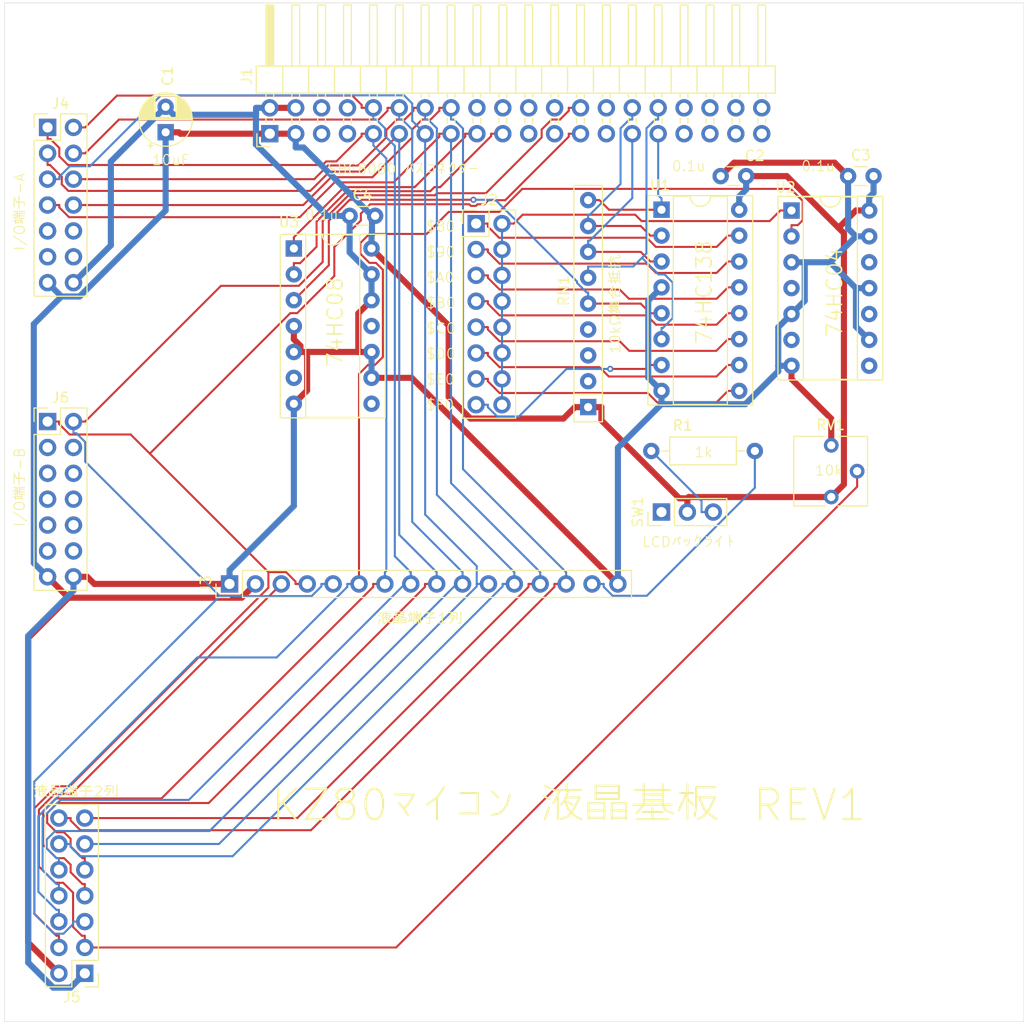
<source format=kicad_pcb>
(kicad_pcb (version 20221018) (generator pcbnew)
  (layers (0 "F.Cu" signal) (31 "B.Cu" signal) (34 "B.Paste" user) (35 "F.Paste" user) (36 "B.SilkS" user "B.Silkscreen") (37 "F.SilkS" user "F.Silkscreen") (38 "B.Mask" user) (39 "F.Mask" user) (44 "Edge.Cuts" user))
  (net 0 "")
  (net 1 "VCC")
  (net 2 "GND")
  (net 3 "/D0")
  (net 4 "/D1")
  (net 5 "/D2")
  (net 6 "/D3")
  (net 7 "/D4")
  (net 8 "/D5")
  (net 9 "/D6")
  (net 10 "/D7")
  (net 11 "/A0")
  (net 12 "/A1")
  (net 13 "/A4")
  (net 14 "/A5")
  (net 15 "/A6")
  (net 16 "/A7")
  (net 17 "/$80")
  (net 18 "/~{LCDSEL}")
  (net 19 "/$90")
  (net 20 "/$A0")
  (net 21 "/$B0")
  (net 22 "/$C0")
  (net 23 "/$D0")
  (net 24 "/$E0")
  (net 25 "/VEE")
  (net 26 "/LCDSEL")
  (net 27 "Net-(J3-Pin_15)")
  (net 28 "Net-(SW1-C)")
  (net 56 "/~{IOR}")
  (net 58 "/~{IOW}")
  (net 74 "/$F0")
  (net 75 "Net-(RN1-R4)")
  (footprint "Resistor_THT:R_Array_SIP9" (layer "F.Cu") (at 157.25 89.675 90)
    (fp_text reference "RN1")
    (fp_text value "10k")
  )
  (footprint "Connector_PinHeader_2.54mm:PinHeader_1x03_P2.54mm_Vertical" (layer "F.Cu") (at 164.445 99.975 90)
    (fp_text reference "SW1")
    (fp_text value "LCD LIGHT SW")
  )
  (footprint "Capacitor_THT:C_Disc_D3.0mm_W1.6mm_P2.50mm" (layer "F.Cu") (at 182.75 67)
    (fp_text reference "C3")
    (fp_text value "0.1u")
  )
  (footprint "MountingHole:MountingHole_3.2mm_M3" (layer "F.Cu") (at 194.48 116.09)
    (fp_text reference "H4" hide)
    (fp_text value "MountingHole")
  )
  (footprint "MountingHole:MountingHole_3.2mm_M3" (layer "F.Cu") (at 105.5 54.58)
    (fp_text reference "H1" hide)
    (fp_text value "MountingHole")
  )
  (footprint "Potentiometer_THT:Potentiometer_Vishay_T73YP_Vertical" (layer "F.Cu") (at 181.1 98.5)
    (fp_text reference "RV1")
    (fp_text value "10k")
  )
  (footprint "Resistor_THT:R_Axial_DIN0207_L6.3mm_D2.5mm_P10.16mm_Horizontal" (layer "F.Cu") (at 163.445 93.975)
    (fp_text reference "R1")
    (fp_text value "1k")
  )
  (footprint "Capacitor_THT:C_Disc_D3.0mm_W1.6mm_P2.50mm" (layer "F.Cu") (at 170.25 67)
    (fp_text reference "C2")
    (fp_text value "0.1u")
  )
  (footprint "Capacitor_THT:CP_Radial_D5.0mm_P2.50mm" (layer "F.Cu") (at 115.8 62.7 90)
    (fp_text reference "C1")
    (fp_text value "10u")
  )
  (footprint "Connector_PinHeader_2.54mm:PinHeader_2x07_P2.54mm_Vertical" (layer "F.Cu") (at 104.22 62.22)
    (fp_text reference "J4")
    (fp_text value "外部I/O端子-1")
  )
  (footprint "Package_DIP:DIP-14_W7.62mm_Socket" (layer "F.Cu") (at 128.38 74.1)
    (fp_text reference "U3")
    (fp_text value "74HC08")
  )
  (footprint "Connector_PinHeader_2.54mm:PinHeader_2x08_P2.54mm_Vertical" (layer "F.Cu") (at 146.26 71.66)
    (fp_text reference "J2")
    (fp_text value "I/O ADDR JP")
  )
  (footprint "MountingHole:MountingHole_3.2mm_M3" (layer "F.Cu") (at 194.49 54.51)
    (fp_text reference "H2" hide)
    (fp_text value "MountingHole")
  )
  (footprint "Package_DIP:DIP-16_W7.62mm_Socket" (layer "F.Cu") (at 164.45 70.3)
    (fp_text reference "U1")
    (fp_text value "74HC138")
  )
  (footprint "MountingHole:MountingHole_3.2mm_M3" (layer "F.Cu") (at 104.7 114.95)
    (fp_text reference "H3" hide)
    (fp_text value "MountingHole")
  )
  (footprint "Connector_PinHeader_2.54mm:PinHeader_1x16_P2.54mm_Vertical" (layer "F.Cu") (at 122.07 107.03 90)
    (fp_text reference "J3")
    (fp_text value "LCD_1列端子")
  )
  (footprint "Connector_PinHeader_2.54mm:PinHeader_2x20_P2.54mm_Horizontal" (layer "F.Cu") (at 126.02 62.84 90)
    (fp_text reference "J1")
    (fp_text value "SBC8080 BUS")
  )
  (footprint "Connector_PinHeader_2.54mm:PinHeader_2x07_P2.54mm_Vertical" (layer "F.Cu") (at 104.22 91.09)
    (fp_text reference "J6")
    (fp_text value "外部I/O端子-2")
  )
  (footprint "Capacitor_THT:C_Disc_D3.0mm_W1.6mm_P2.50mm" (layer "F.Cu") (at 133.85 70.9)
    (fp_text reference "C4")
    (fp_text value "0.1u")
  )
  (footprint "Package_DIP:DIP-14_W7.62mm_Socket" (layer "F.Cu") (at 177.2 70.375)
    (fp_text reference "U2")
    (fp_text value "74HC04")
  )
  (footprint "Connector_PinHeader_2.54mm:PinHeader_2x07_P2.54mm_Vertical" (layer "F.Cu") (at 107.87 145.25 180)
    (fp_text reference "J5")
    (fp_text value "LCD-2列端子")
  )
  (gr_rect (start 100 50) (end 200 150) (stroke (width 0.05)) (fill none) (layer "Edge.Cuts"))
  (gr_text "I/O端子-A" (at 102.06 74.39 90) (layer "F.SilkS") (effects (font (size 1 1) (thickness 0.1)) (justify left bottom)))
  (gr_text "$E0" (at 141.285 87.535) (layer "F.SilkS") (effects (font (size 1 1) (thickness 0.1)) (justify left bottom)))
  (gr_text "10uF" (at 114.4 66) (layer "F.SilkS") (effects (font (size 1 1) (thickness 0.1)) (justify left bottom)))
  (gr_text "$A0" (at 141.285 77.535) (layer "F.SilkS") (effects (font (size 1 1) (thickness 0.1)) (justify left bottom)))
  (gr_text "$B0" (at 141.285 80.035) (layer "F.SilkS") (effects (font (size 1 1) (thickness 0.1)) (justify left bottom)))
  (gr_text "液晶端子1列" (at 136.5 111) (layer "F.SilkS") (effects (font (size 1 1) (thickness 0.1)) (justify left bottom)))
  (gr_text "$D0" (at 141.285 85.035) (layer "F.SilkS") (effects (font (size 1 1) (thickness 0.1)) (justify left bottom)))
  (gr_text "10kΩ集合抵抗" (at 160.5 84.5 90) (layer "F.SilkS") (effects (font (size 1 1) (thickness 0.1)) (justify left bottom)))
  (gr_text "0.1u" (at 178.1 66.6) (layer "F.SilkS") (effects (font (size 1 1) (thickness 0.1)) (justify left bottom)))
  (gr_text "$C0" (at 141.285 82.535) (layer "F.SilkS") (effects (font (size 1 1) (thickness 0.1)) (justify left bottom)))
  (gr_text "74HC08" (at 133.3 85.8 90) (layer "F.SilkS") (effects (font (size 1.5 1.5)) (justify left bottom)))
  (gr_text "LCDバックライト" (at 162.5 103.5) (layer "F.SilkS") (effects (font (size 1 1) (thickness 0.1)) (justify left bottom)))
  (gr_text "SBC8080 バスコネクター" (at 131.6 66.9) (layer "F.SilkS") (effects (font (size 1 1) (thickness 0.1)) (justify left bottom)))
  (gr_text "0.1u" (at 129.4 71.4) (layer "F.SilkS") (effects (font (size 1 1) (thickness 0.1)) (justify left bottom)))
  (gr_text "0.1u" (at 165.4 66.6) (layer "F.SilkS") (effects (font (size 1 1) (thickness 0.1)) (justify left bottom)))
  (gr_text "$F0" (at 141.285 90.035) (layer "F.SilkS") (effects (font (size 1 1) (thickness 0.1)) (justify left bottom)))
  (gr_text "10k" (at 179.425 96.475) (layer "F.SilkS") (effects (font (size 1 1) (thickness 0.1)) (justify left bottom)))
  (gr_text "74HC04" (at 182.3 82.9 90) (layer "F.SilkS") (effects (font (size 1.5 1.5)) (justify left bottom)))
  (gr_text "1k" (at 167.625 94.675) (layer "F.SilkS") (effects (font (size 1 1) (thickness 0.1)) (justify left bottom)))
  (gr_text "液晶端子2列" (at 102.77 128) (layer "F.SilkS") (effects (font (size 1 1) (thickness 0.1)) (justify left bottom)))
  (gr_text "$80" (at 141.285 72.535) (layer "F.SilkS") (effects (font (size 1 1) (thickness 0.1)) (justify left bottom)))
  (gr_text "$90" (at 141.285 75.035) (layer "F.SilkS") (effects (font (size 1 1) (thickness 0.1)) (justify left bottom)))
  (gr_text "KZ80マイコン 液晶基板　REV1" (at 126 130.5) (layer "F.SilkS") (effects (font (size 3 3) (thickness 0.2)) (justify left bottom)))
  (gr_text "I/O端子-B" (at 102.06 101.49 90) (layer "F.SilkS") (effects (font (size 1 1) (thickness 0.1)) (justify left bottom)))
  (gr_text "74HC138" (at 169.5 83.6 90) (layer "F.SilkS") (effects (font (size 1.5 1.5)) (justify left bottom)))
  (segment (start 128.56 62.84) (end 126.02 62.84) (width 0.6) (layer "F.Cu") (net 1))
  (segment (start 106.2702 108.3802) (end 123.2598 108.3802) (width 0.6) (layer "F.Cu") (net 1))
  (segment (start 102.3128 112.3376) (end 102.3128 142.2328) (width 0.6) (layer "F.Cu") (net 1))
  (segment (start 104.22 106.33) (end 106.2702 108.3802) (width 0.6) (layer "F.Cu") (net 1))
  (segment (start 126.02 62.84) (end 117.2401 62.84) (width 0.6) (layer "F.Cu") (net 1))
  (segment (start 157.25 89.675) (end 155.9499 89.675) (width 0.6) (layer "F.Cu") (net 1))
  (segment (start 157.25 89.675) (end 158.5501 89.675) (width 0.6) (layer "F.Cu") (net 1))
  (segment (start 176.7386 67) (end 181.8168 72.0781) (width 0.6) (layer "F.Cu") (net 1))
  (segment (start 154.8279 90.797) (end 155.9499 89.675) (width 0.6) (layer "F.Cu") (net 1))
  (segment (start 166.985 98.6249) (end 166.1999 98.6249) (width 0.6) (layer "F.Cu") (net 1))
  (segment (start 182.3431 97.2569) (end 181.1 98.5) (width 0.6) (layer "F.Cu") (net 1))
  (segment (start 182.3431 72.6045) (end 182.3431 97.2569) (width 0.6) (layer "F.Cu") (net 1))
  (segment (start 136 74.1) (end 143.5663 81.6663) (width 0.6) (layer "F.Cu") (net 1))
  (segment (start 166.1999 98.6249) (end 158.5501 90.9751) (width 0.6) (layer "F.Cu") (net 1))
  (segment (start 102.3128 142.2328) (end 105.33 145.25) (width 0.6) (layer "F.Cu") (net 1))
  (segment (start 115.8 62.7) (end 117.1001 62.7) (width 0.6) (layer "F.Cu") (net 1))
  (segment (start 123.2598 108.3802) (end 124.61 107.03) (width 0.6) (layer "F.Cu") (net 1))
  (segment (start 181.8168 72.0781) (end 183.5199 70.375) (width 0.6) (layer "F.Cu") (net 1))
  (segment (start 172.75 67) (end 176.7386 67) (width 0.6) (layer "F.Cu") (net 1))
  (segment (start 106.2702 108.3802) (end 102.3128 112.3376) (width 0.6) (layer "F.Cu") (net 1))
  (segment (start 167.1099 98.5) (end 166.985 98.6249) (width 0.6) (layer "F.Cu") (net 1))
  (segment (start 117.2401 62.84) (end 117.1001 62.7) (width 0.6) (layer "F.Cu") (net 1))
  (segment (start 143.5663 81.6663) (end 143.5663 88.6597) (width 0.6) (layer "F.Cu") (net 1))
  (segment (start 181.8168 72.0781) (end 182.3431 72.6045) (width 0.6) (layer "F.Cu") (net 1))
  (segment (start 181.1 98.5) (end 167.1099 98.5) (width 0.6) (layer "F.Cu") (net 1))
  (segment (start 184.82 70.375) (end 183.5199 70.375) (width 0.6) (layer "F.Cu") (net 1))
  (segment (start 143.5663 88.6597) (end 145.7036 90.797) (width 0.6) (layer "F.Cu") (net 1))
  (segment (start 158.5501 90.9751) (end 158.5501 89.675) (width 0.6) (layer "F.Cu") (net 1))
  (segment (start 166.985 99.975) (end 166.985 98.6249) (width 0.6) (layer "F.Cu") (net 1))
  (segment (start 145.7036 90.797) (end 154.8279 90.797) (width 0.6) (layer "F.Cu") (net 1))
  (segment (start 104.22 106.33) (end 102.8698 104.9798) (width 0.6) (layer "B.Cu") (net 1))
  (segment (start 172.75 68.3199) (end 172.75 67) (width 0.6) (layer "B.Cu") (net 1))
  (segment (start 136 74.1) (end 136 72.7999) (width 0.6) (layer "B.Cu") (net 1))
  (segment (start 115.8 70.3742) (end 107.3574 78.8168) (width 0.6) (layer "B.Cu") (net 1))
  (segment (start 184.82 69.0749) (end 185.25 68.6449) (width 0.6) (layer "B.Cu") (net 1))
  (segment (start 172.07 70.3) (end 172.07 68.9999) (width 0.6) (layer "B.Cu") (net 1))
  (segment (start 172.07 68.9999) (end 172.75 68.3199) (width 0.6) (layer "B.Cu") (net 1))
  (segment (start 129.3333 64.1901) (end 136.0432 70.9) (width 0.6) (layer "B.Cu") (net 1))
  (segment (start 107.3574 78.8168) (end 105.5768 78.8168) (width 0.6) (layer "B.Cu") (net 1))
  (segment (start 185.25 68.6449) (end 185.25 67) (width 0.6) (layer "B.Cu") (net 1))
  (segment (start 102.8698 81.5238) (end 105.5768 78.8168) (width 0.6) (layer "B.Cu") (net 1))
  (segment (start 115.8 62.7) (end 115.8 70.3742) (width 0.6) (layer "B.Cu") (net 1))
  (segment (start 136.0432 72.7567) (end 136 72.7999) (width 0.6) (layer "B.Cu") (net 1))
  (segment (start 102.8698 104.9798) (end 102.8698 81.5238) (width 0.6) (layer "B.Cu") (net 1))
  (segment (start 105.5768 78.8168) (end 104.22 77.46) (width 0.6) (layer "B.Cu") (net 1))
  (segment (start 136.0432 70.9) (end 136.0432 72.7567) (width 0.6) (layer "B.Cu") (net 1))
  (segment (start 128.56 64.1901) (end 129.3333 64.1901) (width 0.6) (layer "B.Cu") (net 1))
  (segment (start 136.0432 70.9) (end 136.35 70.9) (width 0.6) (layer "B.Cu") (net 1))
  (segment (start 184.82 70.375) (end 184.82 69.0749) (width 0.6) (layer "B.Cu") (net 1))
  (segment (start 128.56 62.84) (end 128.56 64.1901) (width 0.6) (layer "B.Cu") (net 1))
  (segment (start 108.8101 107.03) (end 108.1101 106.33) (width 0.6) (layer "F.Cu") (net 2))
  (segment (start 106.76 106.33) (end 108.1101 106.33) (width 0.6) (layer "F.Cu") (net 2))
  (segment (start 128.38 89.34) (end 129.6801 88.0399) (width 0.6) (layer "F.Cu") (net 2))
  (segment (start 134.6999 84.26) (end 134.6999 80.4801) (width 0.6) (layer "F.Cu") (net 2))
  (segment (start 129.6801 84.26) (end 134.6999 84.26) (width 0.6) (layer "F.Cu") (net 2))
  (segment (start 129.6801 88.0399) (end 129.6801 84.26) (width 0.6) (layer "F.Cu") (net 2))
  (segment (start 129.0301 84.26) (end 129.0301 83.6702) (width 0.6) (layer "F.Cu") (net 2))
  (segment (start 129.0301 84.26) (end 129.6801 84.26) (width 0.6) (layer "F.Cu") (net 2))
  (segment (start 181.1 90.8151) (end 181.1 93.42) (width 0.6) (layer "F.Cu") (net 2))
  (segment (start 134.6999 80.4801) (end 136 79.18) (width 0.6) (layer "F.Cu") (net 2))
  (segment (start 122.07 107.03) (end 108.8101 107.03) (width 0.6) (layer "F.Cu") (net 2))
  (segment (start 177.2 86.9151) (end 181.1 90.8151) (width 0.6) (layer "F.Cu") (net 2))
  (segment (start 181.4349 65.6849) (end 182.75 67) (width 0.6) (layer "F.Cu") (net 2))
  (segment (start 129.0301 83.6702) (end 128.38 83.0201) (width 0.6) (layer "F.Cu") (net 2))
  (segment (start 136 86.8) (end 139.94 86.8) (width 0.6) (layer "F.Cu") (net 2))
  (segment (start 128.38 84.26) (end 129.0301 84.26) (width 0.6) (layer "F.Cu") (net 2))
  (segment (start 177.2 85.615) (end 177.2 86.9151) (width 0.6) (layer "F.Cu") (net 2))
  (segment (start 139.94 86.8) (end 160.17 107.03) (width 0.6) (layer "F.Cu") (net 2))
  (segment (start 128.56 60.3) (end 126.02 60.3) (width 0.6) (layer "F.Cu") (net 2))
  (segment (start 171.5651 65.6849) (end 181.4349 65.6849) (width 0.6) (layer "F.Cu") (net 2))
  (segment (start 136 84.26) (end 134.6999 84.26) (width 0.6) (layer "F.Cu") (net 2))
  (segment (start 170.25 67) (end 171.5651 65.6849) (width 0.6) (layer "F.Cu") (net 2))
  (segment (start 128.38 81.72) (end 128.38 83.0201) (width 0.6) (layer "F.Cu") (net 2))
  (segment (start 136 76.64) (end 136 79.18) (width 0.6) (layer "B.Cu") (net 2))
  (segment (start 180.9799 75.455) (end 183.5199 72.915) (width 0.6) (layer "B.Cu") (net 2))
  (segment (start 124.6581 60.9809) (end 116.5809 60.9809) (width 0.6) (layer "B.Cu") (net 2))
  (segment (start 104.7753 146.6513) (end 106.4687 146.6513) (width 0.6) (layer "B.Cu") (net 2))
  (segment (start 136 84.26) (end 136 86.8) (width 0.6) (layer "B.Cu") (net 2))
  (segment (start 184.82 77.995) (end 183.72 77.995) (width 0.6) (layer "B.Cu") (net 2))
  (segment (start 124.6699 60.3) (end 124.6699 60.9691) (width 0.6) (layer "B.Cu") (net 2))
  (segment (start 178.5001 75.455) (end 178.5001 79.2349) (width 0.6) (layer "B.Cu") (net 2))
  (segment (start 102.316 144.192) (end 104.7753 146.6513) (width 0.6) (layer "B.Cu") (net 2))
  (segment (start 131.6688 70.9) (end 133.85 70.9) (width 0.6) (layer "B.Cu") (net 2))
  (segment (start 106.76 106.33) (end 106.76 107.6801) (width 0.6) (layer "B.Cu") (net 2))
  (segment (start 182.75 67) (end 182.75 72.1451) (width 0.6) (layer "B.Cu") (net 2))
  (segment (start 115.8 60.2) (end 110.4291 65.5709) (width 0.6) (layer "B.Cu") (net 2))
  (segment (start 133.85 74.49) (end 136 76.64) (width 0.6) (layer "B.Cu") (net 2))
  (segment (start 128.38 99.3699) (end 122.07 105.6799) (width 0.6) (layer "B.Cu") (net 2))
  (segment (start 177.2 75.455) (end 178.5001 75.455) (width 0.6) (layer "B.Cu") (net 2))
  (segment (start 110.4291 65.5709) (end 110.4291 73.7909) (width 0.6) (layer "B.Cu") (net 2))
  (segment (start 160.17 107.03) (end 160.17 93.6601) (width 0.6) (layer "B.Cu") (net 2))
  (segment (start 126.02 60.3) (end 124.6699 60.3) (width 0.6) (layer "B.Cu") (net 2))
  (segment (start 178.5001 79.2349) (end 177.2 80.535) (width 0.6) (layer "B.Cu") (net 2))
  (segment (start 175.8999 81.8351) (end 177.2 80.535) (width 0.6) (layer "B.Cu") (net 2))
  (segment (start 177.2 85.615) (end 175.8999 85.615) (width 0.6) (layer "B.Cu") (net 2))
  (segment (start 124.6581 60.9809) (end 124.6581 63.8893) (width 0.6) (layer "B.Cu") (net 2))
  (segment (start 128.38 89.34) (end 128.38 99.3699) (width 0.6) (layer "B.Cu") (net 2))
  (segment (start 175.8999 86.1537) (end 175.8999 85.615) (width 0.6) (layer "B.Cu") (net 2))
  (segment (start 133.85 70.9) (end 133.85 74.49) (width 0.6) (layer "B.Cu") (net 2))
  (segment (start 102.316 112.1241) (end 102.316 144.192) (width 0.6) (layer "B.Cu") (net 2))
  (segment (start 124.6699 60.9691) (end 124.6581 60.9809) (width 0.6) (layer "B.Cu") (net 2))
  (segment (start 122.07 107.03) (end 122.07 105.6799) (width 0.6) (layer "B.Cu") (net 2))
  (segment (start 175.8999 85.615) (end 175.8999 81.8351) (width 0.6) (layer "B.Cu") (net 2))
  (segment (start 178.5001 75.455) (end 180.9799 75.455) (width 0.6) (layer "B.Cu") (net 2))
  (segment (start 164.45 88.08) (end 163.1446 86.7746) (width 0.6) (layer "B.Cu") (net 2))
  (segment (start 163.1446 79.2254) (end 164.45 77.92) (width 0.6) (layer "B.Cu") (net 2))
  (segment (start 184.82 72.915) (end 183.5199 72.915) (width 0.6) (layer "B.Cu") (net 2))
  (segment (start 106.76 107.6801) (end 102.316 112.1241) (width 0.6) (layer "B.Cu") (net 2))
  (segment (start 183.5199 81.7749) (end 184.82 83.075) (width 0.6) (layer "B.Cu") (net 2))
  (segment (start 164.45 89.3801) (end 172.6735 89.3801) (width 0.6) (layer "B.Cu") (net 2))
  (segment (start 183.5199 77.995) (end 183.5199 81.7749) (width 0.6) (layer "B.Cu") (net 2))
  (segment (start 106.4687 146.6513) (end 107.87 145.25) (width 0.6) (layer "B.Cu") (net 2))
  (segment (start 116.5809 60.9809) (end 115.8 60.2) (width 0.6) (layer "B.Cu") (net 2))
  (segment (start 172.6735 89.3801) (end 175.8999 86.1537) (width 0.6) (layer "B.Cu") (net 2))
  (segment (start 163.1446 86.7746) (end 163.1446 79.2254) (width 0.6) (layer "B.Cu") (net 2))
  (segment (start 183.72 77.995) (end 183.5199 77.995) (width 0.6) (layer "B.Cu") (net 2))
  (segment (start 164.45 88.08) (end 164.45 89.3801) (width 0.6) (layer "B.Cu") (net 2))
  (segment (start 182.75 72.1451) (end 183.5199 72.915) (width 0.6) (layer "B.Cu") (net 2))
  (segment (start 180.9799 75.455) (end 183.5199 77.995) (width 0.6) (layer "B.Cu") (net 2))
  (segment (start 160.17 93.6601) (end 164.45 89.3801) (width 0.6) (layer "B.Cu") (net 2))
  (segment (start 124.6581 63.8893) (end 131.6688 70.9) (width 0.6) (layer "B.Cu") (net 2))
  (segment (start 110.4291 73.7909) (end 106.76 77.46) (width 0.6) (layer "B.Cu") (net 2))
  (segment (start 135.0299 62.84) (end 135.0299 63.0773) (width 0.2) (layer "F.Cu") (net 3))
  (segment (start 105.0373 128.0857) (end 103.7797 129.3433) (width 0.2) (layer "F.Cu") (net 3))
  (segment (start 131.1993 65.9102) (end 106.2218 65.9102) (width 0.2) (layer "F.Cu") (net 3))
  (segment (start 136.1599 107.3175) (end 115.3917 128.0857) (width 0.2) (layer "F.Cu") (net 3))
  (segment (start 137.31 107.03) (end 136.1599 107.03) (width 0.2) (layer "F.Cu") (net 3))
  (segment (start 104.22 62.22) (end 104.22 63.3701) (width 0.2) (layer "F.Cu") (net 3))
  (segment (start 103.7797 129.3433) (end 103.7797 132.6317) (width 0.2) (layer "F.Cu") (net 3))
  (segment (start 131.5528 65.5567) (end 131.1993 65.9102) (width 0.2) (layer "F.Cu") (net 3))
  (segment (start 107.87 137.63) (end 107.87 136.4799) (width 0.2) (layer "F.Cu") (net 3))
  (segment (start 106.2218 65.9102) (end 105.3701 65.0585) (width 0.2) (layer "F.Cu") (net 3))
  (segment (start 135.0299 63.0773) (end 132.5505 65.5567) (width 0.2) (layer "F.Cu") (net 3))
  (segment (start 106.4802 134.5847) (end 106.4802 135.3284) (width 0.2) (layer "F.Cu") (net 3))
  (segment (start 105.0878 133.9398) (end 105.8353 133.9398) (width 0.2) (layer "F.Cu") (net 3))
  (segment (start 105.3701 64.2326) (end 104.5076 63.3701) (width 0.2) (layer "F.Cu") (net 3))
  (segment (start 115.3917 128.0857) (end 105.0373 128.0857) (width 0.2) (layer "F.Cu") (net 3))
  (segment (start 106.4802 135.3284) (end 107.6317 136.4799) (width 0.2) (layer "F.Cu") (net 3))
  (segment (start 105.8353 133.9398) (end 106.4802 134.5847) (width 0.2) (layer "F.Cu") (net 3))
  (segment (start 107.6317 136.4799) (end 107.87 136.4799) (width 0.2) (layer "F.Cu") (net 3))
  (segment (start 136.18 62.84) (end 135.0299 62.84) (width 0.2) (layer "F.Cu") (net 3))
  (segment (start 103.7797 132.6317) (end 105.0878 133.9398) (width 0.2) (layer "F.Cu") (net 3))
  (segment (start 132.5505 65.5567) (end 131.5528 65.5567) (width 0.2) (layer "F.Cu") (net 3))
  (segment (start 136.1599 107.03) (end 136.1599 107.3175) (width 0.2) (layer "F.Cu") (net 3))
  (segment (start 105.3701 65.0585) (end 105.3701 64.2326) (width 0.2) (layer "F.Cu") (net 3))
  (segment (start 104.5076 63.3701) (end 104.22 63.3701) (width 0.2) (layer "F.Cu") (net 3))
  (segment (start 136.18 62.84) (end 136.18 63.9901) (width 0.2) (layer "B.Cu") (net 3))
  (segment (start 136.18 63.9901) (end 137.4522 65.2623) (width 0.2) (layer "B.Cu") (net 3))
  (segment (start 137.31 107.03) (end 137.31 105.8799) (width 0.2) (layer "B.Cu") (net 3))
  (segment (start 137.4522 105.7377) (end 137.31 105.8799) (width 0.2) (layer "B.Cu") (net 3))
  (segment (start 137.4522 65.2623) (end 137.4522 105.7377) (width 0.2) (layer "B.Cu") (net 3))
  (segment (start 111.0325 59.0976) (end 107.9101 62.22) (width 0.2) (layer "F.Cu") (net 4))
  (segment (start 134.115 59.0976) (end 111.0325 59.0976) (width 0.2) (layer "F.Cu") (net 4))
  (segment (start 135.0299 60.3) (end 135.0299 60.0125) (width 0.2) (layer "F.Cu") (net 4))
  (segment (start 106.76 62.22) (end 107.9101 62.22) (width 0.2) (layer "F.Cu") (net 4))
  (segment (start 136.18 60.3) (end 135.0299 60.3) (width 0.2) (layer "F.Cu") (net 4))
  (segment (start 135.0299 60.0125) (end 134.115 59.0976) (width 0.2) (layer "F.Cu") (net 4))
  (segment (start 137.3301 63.0767) (end 137.3301 62.3126) (width 0.2) (layer "B.Cu") (net 4))
  (segment (start 138.285 64.0316) (end 137.3301 63.0767) (width 0.2) (layer "B.Cu") (net 4))
  (segment (start 139.85 107.03) (end 139.85 106.4549) (width 0.2) (layer "B.Cu") (net 4))
  (segment (start 137.3301 62.3126) (end 136.4676 61.4501) (width 0.2) (layer "B.Cu") (net 4))
  (segment (start 118.0754 128.2295) (end 139.85 106.4549) (width 0.2) (layer "B.Cu") (net 4))
  (segment (start 139.85 105.8799) (end 138.285 104.3149) (width 0.2) (layer "B.Cu") (net 4))
  (segment (start 136.18 60.3) (end 136.18 61.4501) (width 0.2) (layer "B.Cu") (net 4))
  (segment (start 103.7311 129.9823) (end 105.4839 128.2295) (width 0.2) (layer "B.Cu") (net 4))
  (segment (start 105.33 136.4799) (end 105.0917 136.4799) (width 0.2) (layer "B.Cu") (net 4))
  (segment (start 105.33 137.63) (end 105.33 136.4799) (width 0.2) (layer "B.Cu") (net 4))
  (segment (start 105.4839 128.2295) (end 118.0754 128.2295) (width 0.2) (layer "B.Cu") (net 4))
  (segment (start 103.7311 135.1193) (end 103.7311 129.9823) (width 0.2) (layer "B.Cu") (net 4))
  (segment (start 138.285 104.3149) (end 138.285 64.0316) (width 0.2) (layer "B.Cu") (net 4))
  (segment (start 105.0917 136.4799) (end 103.7311 135.1193) (width 0.2) (layer "B.Cu") (net 4))
  (segment (start 139.85 106.4549) (end 139.85 105.8799) (width 0.2) (layer "B.Cu") (net 4))
  (segment (start 136.4676 61.4501) (end 136.18 61.4501) (width 0.2) (layer "B.Cu") (net 4))
  (segment (start 107.87 135.09) (end 107.87 133.9399) (width 0.2) (layer "F.Cu") (net 5))
  (segment (start 107.6317 133.9399) (end 107.87 133.9399) (width 0.2) (layer "F.Cu") (net 5))
  (segment (start 104.22 64.76) (end 104.22 65.9101) (width 0.2) (layer "F.Cu") (net 5))
  (segment (start 105.8353 131.3998) (end 106.4802 132.0447) (width 0.2) (layer "F.Cu") (net 5))
  (segment (start 135.0031 66.5569) (end 131.8844 66.5569) (width 0.2) (layer "F.Cu") (net 5))
  (segment (start 138.72 62.84) (end 135.0031 66.5569) (width 0.2) (layer "F.Cu") (net 5))
  (segment (start 105.1698 128.5312) (end 104.1799 129.5211) (width 0.2) (layer "F.Cu") (net 5))
  (segment (start 142.39 107.03) (end 141.2399 107.03) (width 0.2) (layer "F.Cu") (net 5))
  (segment (start 106.4802 132.0447) (end 106.4802 132.7884) (width 0.2) (layer "F.Cu") (net 5))
  (segment (start 120.0262 128.5312) (end 105.1698 128.5312) (width 0.2) (layer "F.Cu") (net 5))
  (segment (start 131.8844 66.5569) (end 129.9911 68.4502) (width 0.2) (layer "F.Cu") (net 5))
  (segment (start 105.0914 131.3998) (end 105.8353 131.3998) (width 0.2) (layer "F.Cu") (net 5))
  (segment (start 105.6098 67.8053) (end 105.6098 67.0616) (width 0.2) (layer "F.Cu") (net 5))
  (segment (start 141.2399 107.03) (end 141.2399 107.3175) (width 0.2) (layer "F.Cu") (net 5))
  (segment (start 141.2399 107.3175) (end 120.0262 128.5312) (width 0.2) (layer "F.Cu") (net 5))
  (segment (start 105.6098 67.0616) (end 104.4583 65.9101) (width 0.2) (layer "F.Cu") (net 5))
  (segment (start 104.1799 129.5211) (end 104.1799 130.4883) (width 0.2) (layer "F.Cu") (net 5))
  (segment (start 104.4583 65.9101) (end 104.22 65.9101) (width 0.2) (layer "F.Cu") (net 5))
  (segment (start 104.1799 130.4883) (end 105.0914 131.3998) (width 0.2) (layer "F.Cu") (net 5))
  (segment (start 106.4802 132.7884) (end 107.6317 133.9399) (width 0.2) (layer "F.Cu") (net 5))
  (segment (start 129.9911 68.4502) (end 106.2547 68.4502) (width 0.2) (layer "F.Cu") (net 5))
  (segment (start 106.2547 68.4502) (end 105.6098 67.8053) (width 0.2) (layer "F.Cu") (net 5))
  (segment (start 142.39 105.8799) (end 138.72 102.2099) (width 0.2) (layer "B.Cu") (net 5))
  (segment (start 138.72 102.2099) (end 138.72 62.84) (width 0.2) (layer "B.Cu") (net 5))
  (segment (start 142.39 107.03) (end 142.39 105.8799) (width 0.2) (layer "B.Cu") (net 5))
  (segment (start 138.72 60.3) (end 137.5699 60.3) (width 0.2) (layer "F.Cu") (net 6))
  (segment (start 111.22 61.4501) (end 107.9101 64.76) (width 0.2) (layer "F.Cu") (net 6))
  (segment (start 106.76 64.76) (end 107.9101 64.76) (width 0.2) (layer "F.Cu") (net 6))
  (segment (start 137.5699 60.3) (end 137.5699 60.5876) (width 0.2) (layer "F.Cu") (net 6))
  (segment (start 136.7074 61.4501) (end 111.22 61.4501) (width 0.2) (layer "F.Cu") (net 6))
  (segment (start 137.5699 60.5876) (end 136.7074 61.4501) (width 0.2) (layer "F.Cu") (net 6))
  (segment (start 144.93 106.4549) (end 120.1049 131.28) (width 0.2) (layer "B.Cu") (net 6))
  (segment (start 104.1313 132.1097) (end 104.1313 132.9795) (width 0.2) (layer "B.Cu") (net 6))
  (segment (start 138.72 61.4501) (end 139.0121 61.4501) (width 0.2) (layer "B.Cu") (net 6))
  (segment (start 104.1313 132.9795) (end 105.0917 133.9399) (width 0.2) (layer "B.Cu") (net 6))
  (segment (start 104.961 131.28) (end 104.1313 132.1097) (width 0.2) (layer "B.Cu") (net 6))
  (segment (start 144.93 106.4549) (end 144.93 105.8799) (width 0.2) (layer "B.Cu") (net 6))
  (segment (start 105.0917 133.9399) (end 105.33 133.9399) (width 0.2) (layer "B.Cu") (net 6))
  (segment (start 139.0121 61.4501) (end 139.99 62.428) (width 0.2) (layer "B.Cu") (net 6))
  (segment (start 120.1049 131.28) (end 104.961 131.28) (width 0.2) (layer "B.Cu") (net 6))
  (segment (start 105.33 135.09) (end 105.33 133.9399) (width 0.2) (layer "B.Cu") (net 6))
  (segment (start 139.99 100.9399) (end 144.93 105.8799) (width 0.2) (layer "B.Cu") (net 6))
  (segment (start 144.93 107.03) (end 144.93 106.4549) (width 0.2) (layer "B.Cu") (net 6))
  (segment (start 138.72 60.3) (end 138.72 61.4501) (width 0.2) (layer "B.Cu") (net 6))
  (segment (start 139.99 62.428) (end 139.99 100.9399) (width 0.2) (layer "B.Cu") (net 6))
  (segment (start 105.3701 67.0617) (end 105.3701 67.3) (width 0.2) (layer "B.Cu") (net 7))
  (segment (start 115.336 59.074) (end 108.38 66.03) (width 0.2) (layer "B.Cu") (net 7))
  (segment (start 121.0366 132.55) (end 107.87 132.55) (width 0.2) (layer "B.Cu") (net 7))
  (segment (start 146.3199 107.03) (end 146.3199 107.2667) (width 0.2) (layer "B.Cu") (net 7))
  (segment (start 108.38 66.03) (end 106.4018 66.03) (width 0.2) (layer "B.Cu") (net 7))
  (segment (start 147.47 107.03) (end 146.3199 107.03) (width 0.2) (layer "B.Cu") (net 7))
  (segment (start 146.3199 107.03) (end 146.3199 105.2749) (width 0.2) (layer "B.Cu") (net 7))
  (segment (start 139.99 59.8717) (end 139.1923 59.074) (width 0.2) (layer "B.Cu") (net 7))
  (segment (start 139.99 61.57) (end 139.99 59.8717) (width 0.2) (layer "B.Cu") (net 7))
  (segment (start 106.4018 66.03) (end 105.3701 67.0617) (width 0.2) (layer "B.Cu") (net 7))
  (segment (start 141.26 62.84) (end 139.99 61.57) (width 0.2) (layer "B.Cu") (net 7))
  (segment (start 104.22 67.3) (end 105.3701 67.3) (width 0.2) (layer "B.Cu") (net 7))
  (segment (start 139.1923 59.074) (end 115.336 59.074) (width 0.2) (layer "B.Cu") (net 7))
  (segment (start 141.26 100.215) (end 141.26 62.84) (width 0.2) (layer "B.Cu") (net 7))
  (segment (start 146.3199 105.2749) (end 141.26 100.215) (width 0.2) (layer "B.Cu") (net 7))
  (segment (start 146.3199 107.2667) (end 121.0366 132.55) (width 0.2) (layer "B.Cu") (net 7))
  (segment (start 137.45 62.4753) (end 137.45 63.2062) (width 0.2) (layer "F.Cu") (net 8))
  (segment (start 140.1099 60.3) (end 140.1099 60.5876) (width 0.2) (layer "F.Cu") (net 8))
  (segment (start 134.6994 65.9568) (end 131.7185 65.9568) (width 0.2) (layer "F.Cu") (net 8))
  (segment (start 141.26 60.3) (end 140.1099 60.3) (width 0.2) (layer "F.Cu") (net 8))
  (segment (start 131.7185 65.9568) (end 130.3753 67.3) (width 0.2) (layer "F.Cu") (net 8))
  (segment (start 137.45 63.2062) (end 134.6994 65.9568) (width 0.2) (layer "F.Cu") (net 8))
  (segment (start 130.3753 67.3) (end 107.9101 67.3) (width 0.2) (layer "F.Cu") (net 8))
  (segment (start 138.4752 61.4501) (end 137.45 62.4753) (width 0.2) (layer "F.Cu") (net 8))
  (segment (start 140.1099 60.5876) (end 139.2474 61.4501) (width 0.2) (layer "F.Cu") (net 8))
  (segment (start 139.2474 61.4501) (end 138.4752 61.4501) (width 0.2) (layer "F.Cu") (net 8))
  (segment (start 106.76 67.3) (end 107.9101 67.3) (width 0.2) (layer "F.Cu") (net 8))
  (segment (start 107.3957 133.7531) (end 106.4801 132.8375) (width 0.2) (layer "B.Cu") (net 8))
  (segment (start 148.8599 107.03) (end 148.8599 107.2683) (width 0.2) (layer "B.Cu") (net 8))
  (segment (start 150.01 107.03) (end 150.01 105.8799) (width 0.2) (layer "B.Cu") (net 8))
  (segment (start 106.4801 132.8375) (end 106.4801 132.55) (width 0.2) (layer "B.Cu") (net 8))
  (segment (start 105.33 132.55) (end 106.4801 132.55) (width 0.2) (layer "B.Cu") (net 8))
  (segment (start 141.26 60.3) (end 141.26 61.4501) (width 0.2) (layer "B.Cu") (net 8))
  (segment (start 142.4101 98.28) (end 150.01 105.8799) (width 0.2) (layer "B.Cu") (net 8))
  (segment (start 150.01 107.03) (end 148.8599 107.03) (width 0.2) (layer "B.Cu") (net 8))
  (segment (start 122.3751 133.7531) (end 107.3957 133.7531) (width 0.2) (layer "B.Cu") (net 8))
  (segment (start 141.5476 61.4501) (end 142.4101 62.3126) (width 0.2) (layer "B.Cu") (net 8))
  (segment (start 141.26 61.4501) (end 141.5476 61.4501) (width 0.2) (layer "B.Cu") (net 8))
  (segment (start 148.8599 107.2683) (end 122.3751 133.7531) (width 0.2) (layer "B.Cu") (net 8))
  (segment (start 142.4101 62.3126) (end 142.4101 98.28) (width 0.2) (layer "B.Cu") (net 8))
  (segment (start 152.55 107.03) (end 151.3999 107.03) (width 0.2) (layer "F.Cu") (net 9))
  (segment (start 142.6499 63.1275) (end 138.159 67.6184) (width 0.2) (layer "F.Cu") (net 9))
  (segment (start 104.22 69.84) (end 105.3701 69.84) (width 0.2) (layer "F.Cu") (net 9))
  (segment (start 106.3224 71.0306) (end 105.3701 70.0783) (width 0.2) (layer "F.Cu") (net 9))
  (segment (start 143.8 62.84) (end 142.6499 62.84) (width 0.2) (layer "F.Cu") (net 9))
  (segment (start 105.3701 70.0783) (end 105.3701 69.84) (width 0.2) (layer "F.Cu") (net 9))
  (segment (start 128.7074 130.01) (end 107.87 130.01) (width 0.2) (layer "F.Cu") (net 9))
  (segment (start 132.3688 67.6184) (end 128.9566 71.0306) (width 0.2) (layer "F.Cu") (net 9))
  (segment (start 142.6499 62.84) (end 142.6499 63.1275) (width 0.2) (layer "F.Cu") (net 9))
  (segment (start 128.9566 71.0306) (end 106.3224 71.0306) (width 0.2) (layer "F.Cu") (net 9))
  (segment (start 151.3999 107.3175) (end 128.7074 130.01) (width 0.2) (layer "F.Cu") (net 9))
  (segment (start 138.159 67.6184) (end 132.3688 67.6184) (width 0.2) (layer "F.Cu") (net 9))
  (segment (start 151.3999 107.03) (end 151.3999 107.3175) (width 0.2) (layer "F.Cu") (net 9))
  (segment (start 152.55 107.03) (end 152.55 105.8799) (width 0.2) (layer "B.Cu") (net 9))
  (segment (start 143.8 63.9901) (end 143.8 97.1299) (width 0.2) (layer "B.Cu") (net 9))
  (segment (start 143.8 97.1299) (end 152.55 105.8799) (width 0.2) (layer "B.Cu") (net 9))
  (segment (start 143.8 62.84) (end 143.8 63.9901) (width 0.2) (layer "B.Cu") (net 9))
  (segment (start 139.99 63.2059) (end 136.0871 67.1088) (width 0.2) (layer "F.Cu") (net 10))
  (segment (start 129.2986 69.84) (end 107.9101 69.84) (width 0.2) (layer "F.Cu") (net 10))
  (segment (start 142.6499 60.5876) (end 141.7874 61.4501) (width 0.2) (layer "F.Cu") (net 10))
  (segment (start 139.99 62.4216) (end 139.99 63.2059) (width 0.2) (layer "F.Cu") (net 10))
  (segment (start 141.7874 61.4501) (end 140.9615 61.4501) (width 0.2) (layer "F.Cu") (net 10))
  (segment (start 136.0871 67.1088) (end 132.0298 67.1088) (width 0.2) (layer "F.Cu") (net 10))
  (segment (start 140.9615 61.4501) (end 139.99 62.4216) (width 0.2) (layer "F.Cu") (net 10))
  (segment (start 130.0577 131.1997) (end 107.4315 131.1997) (width 0.2) (layer "F.Cu") (net 10))
  (segment (start 155.09 107.03) (end 153.9399 107.03) (width 0.2) (layer "F.Cu") (net 10))
  (segment (start 106.76 69.84) (end 107.9101 69.84) (width 0.2) (layer "F.Cu") (net 10))
  (segment (start 105.33 130.01) (end 106.4801 130.01) (width 0.2) (layer "F.Cu") (net 10))
  (segment (start 106.4801 130.2483) (end 106.4801 130.01) (width 0.2) (layer "F.Cu") (net 10))
  (segment (start 153.9399 107.03) (end 153.9399 107.3175) (width 0.2) (layer "F.Cu") (net 10))
  (segment (start 153.9399 107.3175) (end 130.0577 131.1997) (width 0.2) (layer "F.Cu") (net 10))
  (segment (start 132.0298 67.1088) (end 129.2986 69.84) (width 0.2) (layer "F.Cu") (net 10))
  (segment (start 143.8 60.3) (end 142.6499 60.3) (width 0.2) (layer "F.Cu") (net 10))
  (segment (start 142.6499 60.3) (end 142.6499 60.5876) (width 0.2) (layer "F.Cu") (net 10))
  (segment (start 107.4315 131.1997) (end 106.4801 130.2483) (width 0.2) (layer "F.Cu") (net 10))
  (segment (start 155.09 107.03) (end 155.09 105.8799) (width 0.2) (layer "B.Cu") (net 10))
  (segment (start 144.0875 61.4501) (end 143.8 61.4501) (width 0.2) (layer "B.Cu") (net 10))
  (segment (start 144.9732 95.7631) (end 144.9732 62.3358) (width 0.2) (layer "B.Cu") (net 10))
  (segment (start 143.8 60.3) (end 143.8 61.4501) (width 0.2) (layer "B.Cu") (net 10))
  (segment (start 155.09 105.8799) (end 144.9732 95.7631) (width 0.2) (layer "B.Cu") (net 10))
  (segment (start 144.9732 62.3358) (end 144.0875 61.4501) (width 0.2) (layer "B.Cu") (net 10))
  (segment (start 132.3461 73.9597) (end 134.9501 71.3557) (width 0.2) (layer "F.Cu") (net 11))
  (segment (start 114.2459 94.2369) (end 125.88 105.8711) (width 0.2) (layer "F.Cu") (net 11))
  (segment (start 125.88 107.3983) (end 106.3929 126.8854) (width 0.2) (layer "F.Cu") (net 11))
  (segment (start 105.33 142.71) (end 105.33 141.5599) (width 0.2) (layer "F.Cu") (net 11))
  (segment (start 128.0328 80.45) (end 128.6999 80.45) (width 0.2) (layer "F.Cu") (net 11))
  (segment (start 104.22 91.09) (end 105.3469 91.09) (width 0.2) (layer "F.Cu") (net 11))
  (segment (start 106.3929 126.8854) (end 105.0901 126.8854) (width 0.2) (layer "F.Cu") (net 11))
  (segment (start 105.3469 91.3257) (end 106.3812 92.36) (width 0.2) (layer "F.Cu") (net 11))
  (segment (start 105.3469 91.09) (end 105.3469 91.3257) (width 0.2) (layer "F.Cu") (net 11))
  (segment (start 102.9294 139.3976) (end 105.0917 141.5599) (width 0.2) (layer "F.Cu") (net 11))
  (segment (start 132.3461 76.8038) (end 132.3461 73.9597) (width 0.2) (layer "F.Cu") (net 11))
  (segment (start 128.6999 80.45) (end 132.3461 76.8038) (width 0.2) (layer "F.Cu") (net 11))
  (segment (start 155.3499 63.1275) (end 155.3499 62.84) (width 0.2) (layer "F.Cu") (net 11))
  (segment (start 114.2459 94.2369) (end 128.0328 80.45) (width 0.2) (layer "F.Cu") (net 11))
  (segment (start 147.0748 69.7635) (end 147.4749 69.3634) (width 0.2) (layer "F.Cu") (net 11))
  (segment (start 112.3689 92.36) (end 114.2459 94.2369) (width 0.2) (layer "F.Cu") (net 11))
  (segment (start 134.9501 71.3557) (end 134.9501 70.68) (width 0.2) (layer "F.Cu") (net 11))
  (segment (start 102.9294 129.0461) (end 102.9294 139.3976) (width 0.2) (layer "F.Cu") (net 11))
  (segment (start 146.2432 69.9218) (end 146.4015 69.7635) (width 0.2) (layer "F.Cu") (net 11))
  (segment (start 129.69 107.03) (end 128.5399 107.03) (width 0.2) (layer "F.Cu") (net 11))
  (segment (start 125.88 105.8711) (end 127.6193 105.8711) (width 0.2) (layer "F.Cu") (net 11))
  (segment (start 146.4015 69.7635) (end 147.0748 69.7635) (width 0.2) (layer "F.Cu") (net 11))
  (segment (start 134.9501 70.68) (end 135.8666 69.7635) (width 0.2) (layer "F.Cu") (net 11))
  (segment (start 145.7461 69.9218) (end 146.2432 69.9218) (width 0.2) (layer "F.Cu") (net 11))
  (segment (start 147.4749 69.3634) (end 149.114 69.3634) (width 0.2) (layer "F.Cu") (net 11))
  (segment (start 125.88 105.8711) (end 125.88 107.3983) (width 0.2) (layer "F.Cu") (net 11))
  (segment (start 156.5 62.84) (end 155.3499 62.84) (width 0.2) (layer "F.Cu") (net 11))
  (segment (start 149.114 69.3634) (end 155.3499 63.1275) (width 0.2) (layer "F.Cu") (net 11))
  (segment (start 135.8666 69.7635) (end 145.5878 69.7635) (width 0.2) (layer "F.Cu") (net 11))
  (segment (start 128.5399 106.7917) (end 128.5399 107.03) (width 0.2) (layer "F.Cu") (net 11))
  (segment (start 105.0901 126.8854) (end 102.9294 129.0461) (width 0.2) (layer "F.Cu") (net 11))
  (segment (start 145.5878 69.7635) (end 145.7461 69.9218) (width 0.2) (layer "F.Cu") (net 11))
  (segment (start 105.0917 141.5599) (end 105.33 141.5599) (width 0.2) (layer "F.Cu") (net 11))
  (segment (start 127.6193 105.8711) (end 128.5399 106.7917) (width 0.2) (layer "F.Cu") (net 11))
  (segment (start 106.3812 92.36) (end 112.3689 92.36) (width 0.2) (layer "F.Cu") (net 11))
  (segment (start 131.2094 71.4117) (end 131.2094 75.4268) (width 0.2) (layer "F.Cu") (net 12))
  (segment (start 128.8678 77.7684) (end 121.2317 77.7684) (width 0.2) (layer "F.Cu") (net 12))
  (segment (start 155.3499 60.5876) (end 154.4874 61.4501) (width 0.2) (layer "F.Cu") (net 12))
  (segment (start 106.76 91.09) (end 107.9101 91.09) (width 0.2) (layer "F.Cu") (net 12))
  (segment (start 133.741 68.8801) (end 131.2094 71.4117) (width 0.2) (layer "F.Cu") (net 12))
  (segment (start 154.4874 61.4501) (end 153.6615 61.4501) (width 0.2) (layer "F.Cu") (net 12))
  (segment (start 142.4128 68.6799) (end 142.2126 68.8801) (width 0.2) (layer "F.Cu") (net 12))
  (segment (start 153.6615 61.4501) (end 152.69 62.4216) (width 0.2) (layer "F.Cu") (net 12))
  (segment (start 121.2317 77.7684) (end 107.9101 91.09) (width 0.2) (layer "F.Cu") (net 12))
  (segment (start 155.3499 60.3) (end 155.3499 60.5876) (width 0.2) (layer "F.Cu") (net 12))
  (segment (start 152.69 63.2059) (end 147.216 68.6799) (width 0.2) (layer "F.Cu") (net 12))
  (segment (start 131.2094 75.4268) (end 128.8678 77.7684) (width 0.2) (layer "F.Cu") (net 12))
  (segment (start 156.5 60.3) (end 155.3499 60.3) (width 0.2) (layer "F.Cu") (net 12))
  (segment (start 147.216 68.6799) (end 142.4128 68.6799) (width 0.2) (layer "F.Cu") (net 12))
  (segment (start 152.69 62.4216) (end 152.69 63.2059) (width 0.2) (layer "F.Cu") (net 12))
  (segment (start 142.2126 68.8801) (end 133.741 68.8801) (width 0.2) (layer "F.Cu") (net 12))
  (segment (start 132.23 107.03) (end 131.0799 107.03) (width 0.2) (layer "B.Cu") (net 12))
  (segment (start 107.9101 93.1026) (end 107.9101 95.0171) (width 0.2) (layer "B.Cu") (net 12))
  (segment (start 107.9101 95.0171) (end 121.1184 108.2254) (width 0.2) (layer "B.Cu") (net 12))
  (segment (start 121.1184 108.2254) (end 130.1228 108.2254) (width 0.2) (layer "B.Cu") (net 12))
  (segment (start 121.1184 108.2254) (end 102.9161 126.4277) (width 0.2) (layer "B.Cu") (net 12))
  (segment (start 131.0799 107.2683) (end 131.0799 107.03) (width 0.2) (layer "B.Cu") (net 12))
  (segment (start 102.9161 139.4212) (end 104.8555 141.3606) (width 0.2) (layer "B.Cu") (net 12))
  (segment (start 107.87 140.17) (end 106.7199 140.17) (width 0.2) (layer "B.Cu") (net 12))
  (segment (start 105.7676 141.3606) (end 106.7199 140.4083) (width 0.2) (layer "B.Cu") (net 12))
  (segment (start 102.9161 126.4277) (end 102.9161 139.4212) (width 0.2) (layer "B.Cu") (net 12))
  (segment (start 104.8555 141.3606) (end 105.7676 141.3606) (width 0.2) (layer "B.Cu") (net 12))
  (segment (start 106.76 91.09) (end 106.76 92.2401) (width 0.2) (layer "B.Cu") (net 12))
  (segment (start 106.7199 140.4083) (end 106.7199 140.17) (width 0.2) (layer "B.Cu") (net 12))
  (segment (start 130.1228 108.2254) (end 131.0799 107.2683) (width 0.2) (layer "B.Cu") (net 12))
  (segment (start 107.0476 92.2401) (end 107.9101 93.1026) (width 0.2) (layer "B.Cu") (net 12))
  (segment (start 106.76 92.2401) (end 107.0476 92.2401) (width 0.2) (layer "B.Cu") (net 12))
  (segment (start 164.45 75.38) (end 163.3499 75.38) (width 0.2) (layer "F.Cu") (net 13))
  (segment (start 163.3499 75.38) (end 162.4049 74.435) (width 0.2) (layer "F.Cu") (net 13))
  (segment (start 162.4049 74.435) (end 157.25 74.435) (width 0.2) (layer "F.Cu") (net 13))
  (segment (start 157.25 74.435) (end 157.25 73.3349) (width 0.2) (layer "B.Cu") (net 13))
  (segment (start 161.58 62.84) (end 161.58 69.1644) (width 0.2) (layer "B.Cu") (net 13))
  (segment (start 157.4095 73.3349) (end 157.25 73.3349) (width 0.2) (layer "B.Cu") (net 13))
  (segment (start 161.58 69.1644) (end 157.4095 73.3349) (width 0.2) (layer "B.Cu") (net 13))
  (segment (start 163.3499 72.84) (end 162.4049 71.895) (width 0.2) (layer "F.Cu") (net 14))
  (segment (start 164.45 72.84) (end 163.3499 72.84) (width 0.2) (layer "F.Cu") (net 14))
  (segment (start 162.4049 71.895) (end 157.25 71.895) (width 0.2) (layer "F.Cu") (net 14))
  (segment (start 157.25 71.895) (end 157.25 70.7949) (width 0.2) (layer "B.Cu") (net 14))
  (segment (start 160.4299 67.7745) (end 157.4095 70.7949) (width 0.2) (layer "B.Cu") (net 14))
  (segment (start 161.58 61.4501) (end 161.2924 61.4501) (width 0.2) (layer "B.Cu") (net 14))
  (segment (start 161.2924 61.4501) (end 160.4299 62.3126) (width 0.2) (layer "B.Cu") (net 14))
  (segment (start 157.4095 70.7949) (end 157.25 70.7949) (width 0.2) (layer "B.Cu") (net 14))
  (segment (start 160.4299 62.3126) (end 160.4299 67.7745) (width 0.2) (layer "B.Cu") (net 14))
  (segment (start 161.58 60.3) (end 161.58 61.4501) (width 0.2) (layer "B.Cu") (net 14))
  (segment (start 159.2951 70.3) (end 158.3501 69.355) (width 0.2) (layer "F.Cu") (net 15))
  (segment (start 157.25 69.355) (end 158.3501 69.355) (width 0.2) (layer "F.Cu") (net 15))
  (segment (start 164.45 70.3) (end 159.2951 70.3) (width 0.2) (layer "F.Cu") (net 15))
  (segment (start 164.45 70.3) (end 164.45 69.1999) (width 0.2) (layer "B.Cu") (net 15))
  (segment (start 164.12 62.84) (end 164.12 68.8699) (width 0.2) (layer "B.Cu") (net 15))
  (segment (start 164.12 68.8699) (end 164.45 69.1999) (width 0.2) (layer "B.Cu") (net 15))
  (segment (start 163.8324 61.4501) (end 164.12 61.4501) (width 0.2) (layer "B.Cu") (net 16))
  (segment (start 162.9699 62.3126) (end 163.8324 61.4501) (width 0.2) (layer "B.Cu") (net 16))
  (segment (start 157.25 76.975) (end 157.25 75.8749) (width 0.2) (layer "B.Cu") (net 16))
  (segment (start 161.6755 75.8749) (end 157.25 75.8749) (width 0.2) (layer "B.Cu") (net 16))
  (segment (start 162.53 75.0204) (end 161.6755 75.8749) (width 0.2) (layer "B.Cu") (net 16))
  (segment (start 164.7453 76.65) (end 164.1596 76.65) (width 0.2) (layer "B.Cu") (net 16))
  (segment (start 164.45 81.8999) (end 164.5875 81.8999) (width 0.2) (layer "B.Cu") (net 16))
  (segment (start 165.5545 80.9329) (end 165.5545 77.4592) (width 0.2) (layer "B.Cu") (net 16))
  (segment (start 162.53 75.0204) (end 162.9699 74.5805) (width 0.2) (layer "B.Cu") (net 16))
  (segment (start 164.12 60.3) (end 164.12 61.4501) (width 0.2) (layer "B.Cu") (net 16))
  (segment (start 162.9699 74.5805) (end 162.9699 62.3126) (width 0.2) (layer "B.Cu") (net 16))
  (segment (start 164.1596 76.65) (end 162.53 75.0204) (width 0.2) (layer "B.Cu") (net 16))
  (segment (start 164.5875 81.8999) (end 165.5545 80.9329) (width 0.2) (layer "B.Cu") (net 16))
  (segment (start 164.45 83) (end 164.45 81.8999) (width 0.2) (layer "B.Cu") (net 16))
  (segment (start 165.5545 77.4592) (end 164.7453 76.65) (width 0.2) (layer "B.Cu") (net 16))
  (segment (start 163.8913 73.9473) (end 162.9938 73.0498) (width 0.2) (layer "F.Cu") (net 17))
  (segment (start 148.5124 73.0498) (end 147.4101 71.9475) (width 0.2) (layer "F.Cu") (net 17))
  (segment (start 146.26 71.66) (end 147.4101 71.66) (width 0.2) (layer "F.Cu") (net 17))
  (segment (start 162.9938 73.0498) (end 148.5124 73.0498) (width 0.2) (layer "F.Cu") (net 17))
  (segment (start 147.4101 71.9475) (end 147.4101 71.66) (width 0.2) (layer "F.Cu") (net 17))
  (segment (start 172.07 72.84) (end 170.9699 72.84) (width 0.2) (layer "F.Cu") (net 17))
  (segment (start 169.8626 73.9473) (end 163.8913 73.9473) (width 0.2) (layer "F.Cu") (net 17))
  (segment (start 170.9699 72.84) (end 169.8626 73.9473) (width 0.2) (layer "F.Cu") (net 17))
  (segment (start 177.2 70.375) (end 176.0999 70.375) (width 0.2) (layer "F.Cu") (net 18))
  (segment (start 175.0602 71.4147) (end 176.0999 70.375) (width 0.2) (layer "F.Cu") (net 18))
  (segment (start 148.8 71.66) (end 149.9501 71.66) (width 0.2) (layer "F.Cu") (net 18))
  (segment (start 162.4905 71.4147) (end 175.0602 71.4147) (width 0.2) (layer "F.Cu") (net 18))
  (segment (start 161.8635 70.7877) (end 162.4905 71.4147) (width 0.2) (layer "F.Cu") (net 18))
  (segment (start 150.8224 70.7877) (end 161.8635 70.7877) (width 0.2) (layer "F.Cu") (net 18))
  (segment (start 149.9501 71.66) (end 150.8224 70.7877) (width 0.2) (layer "F.Cu") (net 18))
  (segment (start 148.8 76.74) (end 148.8 74.2) (width 0.2) (layer "B.Cu") (net 18))
  (segment (start 148.8 89.44) (end 148.8 86.9) (width 0.2) (layer "B.Cu") (net 18))
  (segment (start 148.8 86.9) (end 148.8 84.36) (width 0.2) (layer "B.Cu") (net 18))
  (segment (start 148.8 79.28) (end 148.8 76.74) (width 0.2) (layer "B.Cu") (net 18))
  (segment (start 148.8 84.36) (end 148.8 81.82) (width 0.2) (layer "B.Cu") (net 18))
  (segment (start 148.8 81.82) (end 148.8 79.28) (width 0.2) (layer "B.Cu") (net 18))
  (segment (start 148.8 74.2) (end 148.8 71.66) (width 0.2) (layer "B.Cu") (net 18))
  (segment (start 163.909 76.505) (end 162.9938 75.5898) (width 0.2) (layer "F.Cu") (net 19))
  (segment (start 146.26 74.2) (end 147.4101 74.2) (width 0.2) (layer "F.Cu") (net 19))
  (segment (start 147.4101 74.4383) (end 147.4101 74.2) (width 0.2) (layer "F.Cu") (net 19))
  (segment (start 170.9699 75.38) (end 169.8449 76.505) (width 0.2) (layer "F.Cu") (net 19))
  (segment (start 169.8449 76.505) (end 163.909 76.505) (width 0.2) (layer "F.Cu") (net 19))
  (segment (start 148.5616 75.5898) (end 147.4101 74.4383) (width 0.2) (layer "F.Cu") (net 19))
  (segment (start 172.07 75.38) (end 170.9699 75.38) (width 0.2) (layer "F.Cu") (net 19))
  (segment (start 162.9938 75.5898) (end 148.5616 75.5898) (width 0.2) (layer "F.Cu") (net 19))
  (segment (start 161.2491 79.0372) (end 160.3417 78.1298) (width 0.2) (layer "F.Cu") (net 20))
  (segment (start 172.07 77.92) (end 170.9699 77.92) (width 0.2) (layer "F.Cu") (net 20))
  (segment (start 170.9699 77.92) (end 169.8527 79.0372) (width 0.2) (layer "F.Cu") (net 20))
  (segment (start 147.4101 76.9783) (end 147.4101 76.74) (width 0.2) (layer "F.Cu") (net 20))
  (segment (start 148.5616 78.1298) (end 147.4101 76.9783) (width 0.2) (layer "F.Cu") (net 20))
  (segment (start 160.3417 78.1298) (end 148.5616 78.1298) (width 0.2) (layer "F.Cu") (net 20))
  (segment (start 146.26 76.74) (end 147.4101 76.74) (width 0.2) (layer "F.Cu") (net 20))
  (segment (start 169.8527 79.0372) (end 161.2491 79.0372) (width 0.2) (layer "F.Cu") (net 20))
  (segment (start 148.5616 80.6698) (end 147.4101 79.5183) (width 0.2) (layer "F.Cu") (net 21))
  (segment (start 162.9938 80.6698) (end 148.5616 80.6698) (width 0.2) (layer "F.Cu") (net 21))
  (segment (start 163.909 81.585) (end 162.9938 80.6698) (width 0.2) (layer "F.Cu") (net 21))
  (segment (start 147.4101 79.5183) (end 147.4101 79.28) (width 0.2) (layer "F.Cu") (net 21))
  (segment (start 169.8449 81.585) (end 163.909 81.585) (width 0.2) (layer "F.Cu") (net 21))
  (segment (start 172.07 80.46) (end 170.9699 80.46) (width 0.2) (layer "F.Cu") (net 21))
  (segment (start 146.26 79.28) (end 147.4101 79.28) (width 0.2) (layer "F.Cu") (net 21))
  (segment (start 170.9699 80.46) (end 169.8449 81.585) (width 0.2) (layer "F.Cu") (net 21))
  (segment (start 147.4101 82.0583) (end 147.4101 81.82) (width 0.2) (layer "F.Cu") (net 22))
  (segment (start 160.3417 83.2098) (end 148.5616 83.2098) (width 0.2) (layer "F.Cu") (net 22))
  (segment (start 161.2817 84.1498) (end 160.3417 83.2098) (width 0.2) (layer "F.Cu") (net 22))
  (segment (start 170.9699 83) (end 169.8201 84.1498) (width 0.2) (layer "F.Cu") (net 22))
  (segment (start 169.8201 84.1498) (end 161.2817 84.1498) (width 0.2) (layer "F.Cu") (net 22))
  (segment (start 148.5616 83.2098) (end 147.4101 82.0583) (width 0.2) (layer "F.Cu") (net 22))
  (segment (start 146.26 81.82) (end 147.4101 81.82) (width 0.2) (layer "F.Cu") (net 22))
  (segment (start 172.07 83) (end 170.9699 83) (width 0.2) (layer "F.Cu") (net 22))
  (segment (start 147.4101 84.5983) (end 147.4101 84.36) (width 0.2) (layer "F.Cu") (net 23))
  (segment (start 169.8415 86.6684) (end 159.2766 86.6684) (width 0.2) (layer "F.Cu") (net 23))
  (segment (start 170.9699 85.54) (end 169.8415 86.6684) (width 0.2) (layer "F.Cu") (net 23))
  (segment (start 158.358 85.7498) (end 148.5616 85.7498) (width 0.2) (layer "F.Cu") (net 23))
  (segment (start 172.07 85.54) (end 170.9699 85.54) (width 0.2) (layer "F.Cu") (net 23))
  (segment (start 148.5616 85.7498) (end 147.4101 84.5983) (width 0.2) (layer "F.Cu") (net 23))
  (segment (start 146.26 84.36) (end 147.4101 84.36) (width 0.2) (layer "F.Cu") (net 23))
  (segment (start 159.2766 86.6684) (end 158.358 85.7498) (width 0.2) (layer "F.Cu") (net 23))
  (segment (start 147.4101 87.1383) (end 147.4101 86.9) (width 0.2) (layer "F.Cu") (net 24))
  (segment (start 164.0153 89.2012) (end 163.1039 88.2898) (width 0.2) (layer "F.Cu") (net 24))
  (segment (start 169.8487 89.2012) (end 164.0153 89.2012) (width 0.2) (layer "F.Cu") (net 24))
  (segment (start 148.5616 88.2898) (end 147.4101 87.1383) (width 0.2) (layer "F.Cu") (net 24))
  (segment (start 170.9699 88.08) (end 169.8487 89.2012) (width 0.2) (layer "F.Cu") (net 24))
  (segment (start 146.26 86.9) (end 147.4101 86.9) (width 0.2) (layer "F.Cu") (net 24))
  (segment (start 172.07 88.08) (end 170.9699 88.08) (width 0.2) (layer "F.Cu") (net 24))
  (segment (start 163.1039 88.2898) (end 148.5616 88.2898) (width 0.2) (layer "F.Cu") (net 24))
  (segment (start 106.7199 137.3315) (end 106.7199 140.6974) (width 0.2) (layer "F.Cu") (net 25))
  (segment (start 107.87 142.71) (end 107.87 141.5599) (width 0.2) (layer "F.Cu") (net 25))
  (segment (start 106.7199 140.6974) (end 107.5824 141.5599) (width 0.2) (layer "F.Cu") (net 25))
  (segment (start 106.5428 127.6372) (end 104.9198 127.6372) (width 0.2) (layer "F.Cu") (net 25))
  (segment (start 103.3707 134.7667) (end 104.964 136.36) (width 0.2) (layer "F.Cu") (net 25))
  (segment (start 104.964 136.36) (end 105.7484 136.36) (width 0.2) (layer "F.Cu") (net 25))
  (segment (start 105.7484 136.36) (end 106.7199 137.3315) (width 0.2) (layer "F.Cu") (net 25))
  (segment (start 183.64 97.4845) (end 183.64 95.96) (width 0.2) (layer "F.Cu") (net 25))
  (segment (start 127.15 107.03) (end 106.5428 127.6372) (width 0.2) (layer "F.Cu") (net 25))
  (segment (start 138.4145 142.71) (end 183.64 97.4845) (width 0.2) (layer "F.Cu") (net 25))
  (segment (start 107.5824 141.5599) (end 107.87 141.5599) (width 0.2) (layer "F.Cu") (net 25))
  (segment (start 104.9198 127.6372) (end 103.3707 129.1863) (width 0.2) (layer "F.Cu") (net 25))
  (segment (start 107.87 142.71) (end 138.4145 142.71) (width 0.2) (layer "F.Cu") (net 25))
  (segment (start 103.3707 129.1863) (end 103.3707 134.7667) (width 0.2) (layer "F.Cu") (net 25))
  (segment (start 177.8169 71.8149) (end 177.2 71.8149) (width 0.2) (layer "F.Cu") (net 26))
  (segment (start 143.5779 70.5098) (end 148.5335 70.5098) (width 0.2) (layer "F.Cu") (net 26))
  (segment (start 136.4302 75.5143) (end 135.7969 75.5143) (width 0.2) (layer "F.Cu") (net 26))
  (segment (start 136.3387 85.53) (end 137.1152 84.7535) (width 0.2) (layer "F.Cu") (net 26))
  (segment (start 178.3002 69.4302) (end 178.3002 71.3316) (width 0.2) (layer "F.Cu") (net 26))
  (segment (start 177.2 72.915) (end 177.2 71.8149) (width 0.2) (layer "F.Cu") (net 26))
  (segment (start 148.5335 70.5098) (end 150.7906 68.2527) (width 0.2) (layer "F.Cu") (net 26))
  (segment (start 135.7969 75.5143) (end 134.8981 74.6155) (width 0.2) (layer "F.Cu") (net 26))
  (segment (start 135.7918 72.675) (end 141.4127 72.675) (width 0.2) (layer "F.Cu") (net 26))
  (segment (start 150.7906 68.2527) (end 177.1227 68.2527) (width 0.2) (layer "F.Cu") (net 26))
  (segment (start 134.8981 74.6155) (end 134.8981 73.5687) (width 0.2) (layer "F.Cu") (net 26))
  (segment (start 137.1152 84.7535) (end 137.1152 76.1993) (width 0.2) (layer "F.Cu") (net 26))
  (segment (start 141.4127 72.675) (end 143.5779 70.5098) (width 0.2) (layer "F.Cu") (net 26))
  (segment (start 134.8981 73.5687) (end 135.7918 72.675) (width 0.2) (layer "F.Cu") (net 26))
  (segment (start 135.6585 85.53) (end 136.3387 85.53) (width 0.2) (layer "F.Cu") (net 26))
  (segment (start 137.1152 76.1993) (end 136.4302 75.5143) (width 0.2) (layer "F.Cu") (net 26))
  (segment (start 178.3002 71.3316) (end 177.8169 71.8149) (width 0.2) (layer "F.Cu") (net 26))
  (segment (start 134.77 86.4185) (end 135.6585 85.53) (width 0.2) (layer "F.Cu") (net 26))
  (segment (start 134.77 107.03) (end 134.77 86.4185) (width 0.2) (layer "F.Cu") (net 26))
  (segment (start 177.1227 68.2527) (end 178.3002 69.4302) (width 0.2) (layer "F.Cu") (net 26))
  (segment (start 105.33 140.17) (end 105.33 139.0199) (width 0.2) (layer "B.Cu") (net 26))
  (segment (start 103.3163 129.8312) (end 103.3163 137.2445) (width 0.2) (layer "B.Cu") (net 26))
  (segment (start 133.6199 107.03) (end 133.6199 107.3175) (width 0.2) (layer "B.Cu") (net 26))
  (segment (start 118.9026 114.2449) (end 103.3163 129.8312) (width 0.2) (layer "B.Cu") (net 26))
  (segment (start 103.3163 137.2445) (end 105.0917 139.0199) (width 0.2) (layer "B.Cu") (net 26))
  (segment (start 133.6199 107.3175) (end 126.6925 114.2449) (width 0.2) (layer "B.Cu") (net 26))
  (segment (start 126.6925 114.2449) (end 118.9026 114.2449) (width 0.2) (layer "B.Cu") (net 26))
  (segment (start 105.0917 139.0199) (end 105.33 139.0199) (width 0.2) (layer "B.Cu") (net 26))
  (segment (start 134.77 107.03) (end 133.6199 107.03) (width 0.2) (layer "B.Cu") (net 26))
  (segment (start 158.7801 107.3175) (end 159.6504 108.1878) (width 0.2) (layer "B.Cu") (net 27))
  (segment (start 163.0093 108.1878) (end 173.605 97.5921) (width 0.2) (layer "B.Cu") (net 27))
  (segment (start 159.6504 108.1878) (end 163.0093 108.1878) (width 0.2) (layer "B.Cu") (net 27))
  (segment (start 173.605 97.5921) (end 173.605 93.975) (width 0.2) (layer "B.Cu") (net 27))
  (segment (start 157.63 107.03) (end 158.7801 107.03) (width 0.2) (layer "B.Cu") (net 27))
  (segment (start 158.7801 107.03) (end 158.7801 107.3175) (width 0.2) (layer "B.Cu") (net 27))
  (segment (start 168.3749 98.9049) (end 168.3749 99.975) (width 0.2) (layer "B.Cu") (net 28))
  (segment (start 163.445 93.975) (end 168.3749 98.9049) (width 0.2) (layer "B.Cu") (net 28))
  (segment (start 169.525 99.975) (end 168.3749 99.975) (width 0.2) (layer "B.Cu") (net 28))
  (segment (start 146.34 62.84) (end 145.1899 62.84) (width 0.2) (layer "F.Cu") (net 56))
  (segment (start 145.1899 63.1275) (end 145.1899 62.84) (width 0.2) (layer "F.Cu") (net 56))
  (segment (start 133.3001 68.0798) (end 140.2376 68.0798) (width 0.2) (layer "F.Cu") (net 56))
  (segment (start 140.2376 68.0798) (end 145.1899 63.1275) (width 0.2) (layer "F.Cu") (net 56))
  (segment (start 128.38 72.9999) (end 133.3001 68.0798) (width 0.2) (layer "F.Cu") (net 56))
  (segment (start 128.38 74.1) (end 128.38 72.9999) (width 0.2) (layer "F.Cu") (net 56))
  (segment (start 148.88 62.84) (end 147.7299 62.84) (width 0.2) (layer "F.Cu") (net 58))
  (segment (start 128.38 76.64) (end 128.38 75.5399) (width 0.2) (layer "F.Cu") (net 58))
  (segment (start 141.7643 68.4799) (end 133.5735 68.4799) (width 0.2) (layer "F.Cu") (net 58))
  (segment (start 147.7299 63.08) (end 142.7301 68.0798) (width 0.2) (layer "F.Cu") (net 58))
  (segment (start 142.7301 68.0798) (end 142.1644 68.0798) (width 0.2) (layer "F.Cu") (net 58))
  (segment (start 130.6093 71.4441) (end 130.6093 73.9276) (width 0.2) (layer "F.Cu") (net 58))
  (segment (start 130.6093 73.9276) (end 128.997 75.5399) (width 0.2) (layer "F.Cu") (net 58))
  (segment (start 133.5735 68.4799) (end 130.6093 71.4441) (width 0.2) (layer "F.Cu") (net 58))
  (segment (start 147.7299 62.84) (end 147.7299 63.08) (width 0.2) (layer "F.Cu") (net 58))
  (segment (start 142.1644 68.0798) (end 141.7643 68.4799) (width 0.2) (layer "F.Cu") (net 58))
  (segment (start 128.997 75.5399) (end 128.38 75.5399) (width 0.2) (layer "F.Cu") (net 58))
  (segment (start 164.45 85.54) (end 163.3499 85.54) (width 0.2) (layer "F.Cu") (net 74))
  (segment (start 163.3499 85.54) (end 162.9633 85.9266) (width 0.2) (layer "F.Cu") (net 74))
  (segment (start 162.9633 85.9266) (end 159.4172 85.9266) (width 0.2) (layer "F.Cu") (net 74))
  (via (at 159.4172 85.9266) (size 0.6) (drill 0.3) (layers "F.Cu" "B.Cu") (net 74))
  (segment (start 155.1234 85.9266) (end 150.4341 90.6159) (width 0.2) (layer "B.Cu") (net 74))
  (segment (start 150.4341 90.6159) (end 148.3477 90.6159) (width 0.2) (layer "B.Cu") (net 74))
  (segment (start 159.4172 85.9266) (end 155.1234 85.9266) (width 0.2) (layer "B.Cu") (net 74))
  (segment (start 147.4101 89.6783) (end 147.4101 89.44) (width 0.2) (layer "B.Cu") (net 74))
  (segment (start 146.26 89.44) (end 147.4101 89.44) (width 0.2) (layer "B.Cu") (net 74))
  (segment (start 148.3477 90.6159) (end 147.4101 89.6783) (width 0.2) (layer "B.Cu") (net 74))
  (segment (start 128.38 79.18) (end 131.8096 75.7504) (width 0.2) (layer "F.Cu") (net 75))
  (segment (start 131.8096 71.3774) (end 133.8653 69.3217) (width 0.2) (layer "F.Cu") (net 75))
  (segment (start 162.4049 79.515) (end 157.25 79.515) (width 0.2) (layer "F.Cu") (net 75))
  (segment (start 163.3499 80.46) (end 162.4049 79.515) (width 0.2) (layer "F.Cu") (net 75))
  (segment (start 133.8653 69.3217) (end 145.9946 69.3217) (width 0.2) (layer "F.Cu") (net 75))
  (segment (start 131.8096 75.7504) (end 131.8096 71.3774) (width 0.2) (layer "F.Cu") (net 75))
  (segment (start 164.45 80.46) (end 163.3499 80.46) (width 0.2) (layer "F.Cu") (net 75))
  (via (at 145.9946 69.3217) (size 0.6) (drill 0.3) (layers "F.Cu" "B.Cu") (net 75))
  (segment (start 157.25 78.4149) (end 157.0941 78.4149) (width 0.2) (layer "B.Cu") (net 75))
  (segment (start 148.1359 69.3217) (end 145.9946 69.3217) (width 0.2) (layer "B.Cu") (net 75))
  (segment (start 157.0941 78.4149) (end 156.1499 77.4707) (width 0.2) (layer "B.Cu") (net 75))
  (segment (start 156.1499 77.4707) (end 156.1499 77.3357) (width 0.2) (layer "B.Cu") (net 75))
  (segment (start 156.1499 77.3357) (end 148.1359 69.3217) (width 0.2) (layer "B.Cu") (net 75))
  (segment (start 157.25 79.515) (end 157.25 78.4149) (width 0.2) (layer "B.Cu") (net 75))
)
</source>
